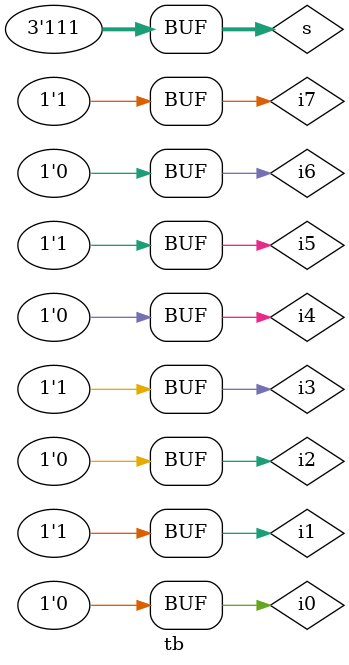
<source format=v>
module tb();
    reg i0,i1,i2,i3,i4,i5,i6,i7;
    reg [2:0]s;
    wire y;
    mux8 f1(i0,i1,i2,i3,i4,i5,i6,i7,s,y);

    initial begin
        $dumpfile("dump.vcd");
        $dumpvars(0,tb);   
    end

    initial begin
        $monitor("Inputs are %b %b %b %b %b %b %b %b, selection wire is %b, output is %b",i0,i1,i2,i3,i4,i5,i6,i7,s,y);
        i0 = 0;
        i1 = 1;
        i2 = 0;
        i3 = 1;
        i4 = 0;
        i5 = 1;
        i6 = 0;
        i7 = 1;

        s = 3'b000;
        #10
        s = 3'b001;
        #10
        s = 3'b010;
        #10
        s = 3'b011;
        #10
        s = 3'b100;
        #10
        s = 3'b101;
        #10
        s = 3'b110;
        #10
        s = 3'b111;

    end
endmodule
</source>
